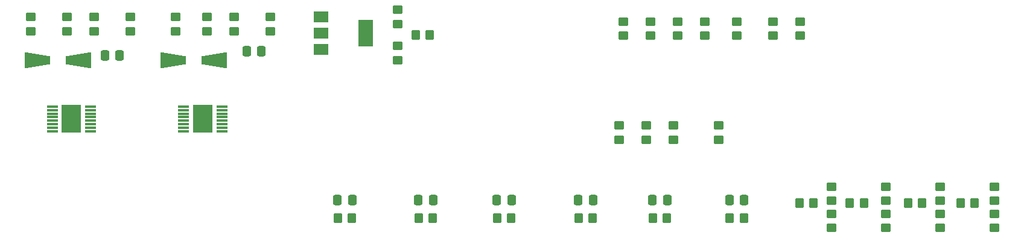
<source format=gbr>
%TF.GenerationSoftware,KiCad,Pcbnew,7.0.5*%
%TF.CreationDate,2023-07-11T20:53:31+10:00*%
%TF.ProjectId,BCM-ESP32-S3,42434d2d-4553-4503-9332-2d53332e6b69,rev?*%
%TF.SameCoordinates,Original*%
%TF.FileFunction,Paste,Top*%
%TF.FilePolarity,Positive*%
%FSLAX46Y46*%
G04 Gerber Fmt 4.6, Leading zero omitted, Abs format (unit mm)*
G04 Created by KiCad (PCBNEW 7.0.5) date 2023-07-11 20:53:31*
%MOMM*%
%LPD*%
G01*
G04 APERTURE LIST*
G04 Aperture macros list*
%AMRoundRect*
0 Rectangle with rounded corners*
0 $1 Rounding radius*
0 $2 $3 $4 $5 $6 $7 $8 $9 X,Y pos of 4 corners*
0 Add a 4 corners polygon primitive as box body*
4,1,4,$2,$3,$4,$5,$6,$7,$8,$9,$2,$3,0*
0 Add four circle primitives for the rounded corners*
1,1,$1+$1,$2,$3*
1,1,$1+$1,$4,$5*
1,1,$1+$1,$6,$7*
1,1,$1+$1,$8,$9*
0 Add four rect primitives between the rounded corners*
20,1,$1+$1,$2,$3,$4,$5,0*
20,1,$1+$1,$4,$5,$6,$7,0*
20,1,$1+$1,$6,$7,$8,$9,0*
20,1,$1+$1,$8,$9,$2,$3,0*%
%AMOutline4P*
0 Free polygon, 4 corners , with rotation*
0 The origin of the aperture is its center*
0 number of corners: always 4*
0 $1 to $8 corner X, Y*
0 $9 Rotation angle, in degrees counterclockwise*
0 create outline with 4 corners*
4,1,4,$1,$2,$3,$4,$5,$6,$7,$8,$1,$2,$9*%
G04 Aperture macros list end*
%ADD10R,2.000000X1.500000*%
%ADD11R,2.000000X3.800000*%
%ADD12R,2.800000X3.910000*%
%ADD13R,1.500000X0.300000*%
%ADD14RoundRect,0.250000X-0.450000X0.350000X-0.450000X-0.350000X0.450000X-0.350000X0.450000X0.350000X0*%
%ADD15RoundRect,0.250000X-0.350000X-0.450000X0.350000X-0.450000X0.350000X0.450000X-0.350000X0.450000X0*%
%ADD16RoundRect,0.250000X0.450000X-0.350000X0.450000X0.350000X-0.450000X0.350000X-0.450000X-0.350000X0*%
%ADD17RoundRect,0.250000X0.350000X0.450000X-0.350000X0.450000X-0.350000X-0.450000X0.350000X-0.450000X0*%
%ADD18Outline4P,-1.800000X-1.150000X1.800000X-0.550000X1.800000X0.550000X-1.800000X1.150000X0.000000*%
%ADD19Outline4P,-1.800000X-1.150000X1.800000X-0.550000X1.800000X0.550000X-1.800000X1.150000X180.000000*%
%ADD20RoundRect,0.250000X0.337500X0.475000X-0.337500X0.475000X-0.337500X-0.475000X0.337500X-0.475000X0*%
%ADD21RoundRect,0.250000X-0.337500X-0.475000X0.337500X-0.475000X0.337500X0.475000X-0.337500X0.475000X0*%
G04 APERTURE END LIST*
D10*
%TO.C,U3*%
X80060000Y-105650000D03*
D11*
X86360000Y-107950000D03*
D10*
X80060000Y-107950000D03*
X80060000Y-110250000D03*
%TD*%
D12*
%TO.C,IC2*%
X45085000Y-120015000D03*
D13*
X47785000Y-118265000D03*
X47785000Y-118765000D03*
X47785000Y-119265000D03*
X47785000Y-119765000D03*
X47785000Y-120265000D03*
X47785000Y-120765000D03*
X47785000Y-121265000D03*
X47785000Y-121765000D03*
X42385000Y-121765000D03*
X42385000Y-121265000D03*
X42385000Y-120765000D03*
X42385000Y-120265000D03*
X42385000Y-119765000D03*
X42385000Y-119265000D03*
X42385000Y-118765000D03*
X42385000Y-118265000D03*
%TD*%
%TO.C,IC1*%
X60800000Y-118265000D03*
X60800000Y-118765000D03*
X60800000Y-119265000D03*
X60800000Y-119765000D03*
X60800000Y-120265000D03*
X60800000Y-120765000D03*
X60800000Y-121265000D03*
X60800000Y-121765000D03*
X66200000Y-121765000D03*
X66200000Y-121265000D03*
X66200000Y-120765000D03*
X66200000Y-120265000D03*
X66200000Y-119765000D03*
X66200000Y-119265000D03*
X66200000Y-118765000D03*
X66200000Y-118265000D03*
D12*
X63500000Y-120015000D03*
%TD*%
D14*
%TO.C,R40*%
X53340000Y-105680000D03*
X53340000Y-107680000D03*
%TD*%
%TO.C,R39*%
X48260000Y-105680000D03*
X48260000Y-107680000D03*
%TD*%
D15*
%TO.C,R38*%
X116242500Y-133985000D03*
X118242500Y-133985000D03*
%TD*%
%TO.C,R37*%
X104812500Y-133985000D03*
X106812500Y-133985000D03*
%TD*%
D16*
%TO.C,R36*%
X44450000Y-105680000D03*
X44450000Y-107680000D03*
%TD*%
D15*
%TO.C,R35*%
X137430000Y-133985000D03*
X139430000Y-133985000D03*
%TD*%
%TO.C,R34*%
X93785000Y-133985000D03*
X95785000Y-133985000D03*
%TD*%
D16*
%TO.C,R33*%
X39370000Y-107680000D03*
X39370000Y-105680000D03*
%TD*%
D14*
%TO.C,R32*%
X133985000Y-106315000D03*
X133985000Y-108315000D03*
%TD*%
%TO.C,R31*%
X130175000Y-106315000D03*
X130175000Y-108315000D03*
%TD*%
%TO.C,R30*%
X126365000Y-108315000D03*
X126365000Y-106315000D03*
%TD*%
%TO.C,R29*%
X122555000Y-106315000D03*
X122555000Y-108315000D03*
%TD*%
%TO.C,R28*%
X138430000Y-106315000D03*
X138430000Y-108315000D03*
%TD*%
D16*
%TO.C,R27*%
X135890000Y-122920000D03*
X135890000Y-120920000D03*
%TD*%
D14*
%TO.C,R26*%
X143510000Y-106315000D03*
X143510000Y-108315000D03*
%TD*%
D16*
%TO.C,R25*%
X121920000Y-122920000D03*
X121920000Y-120920000D03*
%TD*%
%TO.C,R24*%
X125730000Y-122920000D03*
X125730000Y-120920000D03*
%TD*%
%TO.C,R23*%
X129540000Y-122920000D03*
X129540000Y-120920000D03*
%TD*%
D14*
%TO.C,R22*%
X147320000Y-106315000D03*
X147320000Y-108315000D03*
%TD*%
D15*
%TO.C,R21*%
X126635000Y-133985000D03*
X128635000Y-133985000D03*
%TD*%
%TO.C,R20*%
X84455000Y-133985000D03*
X82455000Y-133985000D03*
%TD*%
D17*
%TO.C,R19*%
X149225000Y-131810000D03*
X147225000Y-131810000D03*
%TD*%
D14*
%TO.C,R18*%
X151765000Y-129540000D03*
X151765000Y-131540000D03*
%TD*%
%TO.C,R17*%
X151765000Y-133350000D03*
X151765000Y-135350000D03*
%TD*%
D15*
%TO.C,R16*%
X154305000Y-131810000D03*
X156305000Y-131810000D03*
%TD*%
D14*
%TO.C,R15*%
X159385000Y-129540000D03*
X159385000Y-131540000D03*
%TD*%
%TO.C,R14*%
X159385000Y-133350000D03*
X159385000Y-135350000D03*
%TD*%
D15*
%TO.C,R13*%
X162465000Y-131810000D03*
X164465000Y-131810000D03*
%TD*%
D14*
%TO.C,R12*%
X167005000Y-129540000D03*
X167005000Y-131540000D03*
%TD*%
%TO.C,R11*%
X167005000Y-133350000D03*
X167005000Y-135350000D03*
%TD*%
D15*
%TO.C,R10*%
X169815000Y-131810000D03*
X171815000Y-131810000D03*
%TD*%
D14*
%TO.C,R9*%
X174625000Y-129540000D03*
X174625000Y-131540000D03*
%TD*%
%TO.C,R8*%
X174625000Y-133350000D03*
X174625000Y-135350000D03*
%TD*%
%TO.C,R7*%
X67945000Y-105680000D03*
X67945000Y-107680000D03*
%TD*%
D16*
%TO.C,R6*%
X64135000Y-107680000D03*
X64135000Y-105680000D03*
%TD*%
D14*
%TO.C,R5*%
X73025000Y-105680000D03*
X73025000Y-107680000D03*
%TD*%
D16*
%TO.C,R4*%
X59690000Y-107680000D03*
X59690000Y-105680000D03*
%TD*%
D17*
%TO.C,R3*%
X95370000Y-108220000D03*
X93370000Y-108220000D03*
%TD*%
D16*
%TO.C,R2*%
X90830000Y-111760000D03*
X90830000Y-109760000D03*
%TD*%
%TO.C,R1*%
X90830000Y-106680000D03*
X90830000Y-104680000D03*
%TD*%
D18*
%TO.C,D4*%
X40280000Y-111760000D03*
D19*
X46080000Y-111760000D03*
%TD*%
D18*
%TO.C,D1*%
X59330000Y-111760000D03*
D19*
X65130000Y-111760000D03*
%TD*%
D20*
%TO.C,C8*%
X118280000Y-131445000D03*
X116205000Y-131445000D03*
%TD*%
D21*
%TO.C,C7*%
X49762500Y-111125000D03*
X51837500Y-111125000D03*
%TD*%
D20*
%TO.C,C6*%
X106850000Y-131445000D03*
X104775000Y-131445000D03*
%TD*%
%TO.C,C5*%
X139467500Y-131445000D03*
X137392500Y-131445000D03*
%TD*%
%TO.C,C4*%
X95822500Y-131445000D03*
X93747500Y-131445000D03*
%TD*%
%TO.C,C3*%
X128672500Y-131445000D03*
X126597500Y-131445000D03*
%TD*%
%TO.C,C2*%
X82417500Y-131445000D03*
X84492500Y-131445000D03*
%TD*%
%TO.C,C1*%
X71755000Y-110490000D03*
X69680000Y-110490000D03*
%TD*%
M02*

</source>
